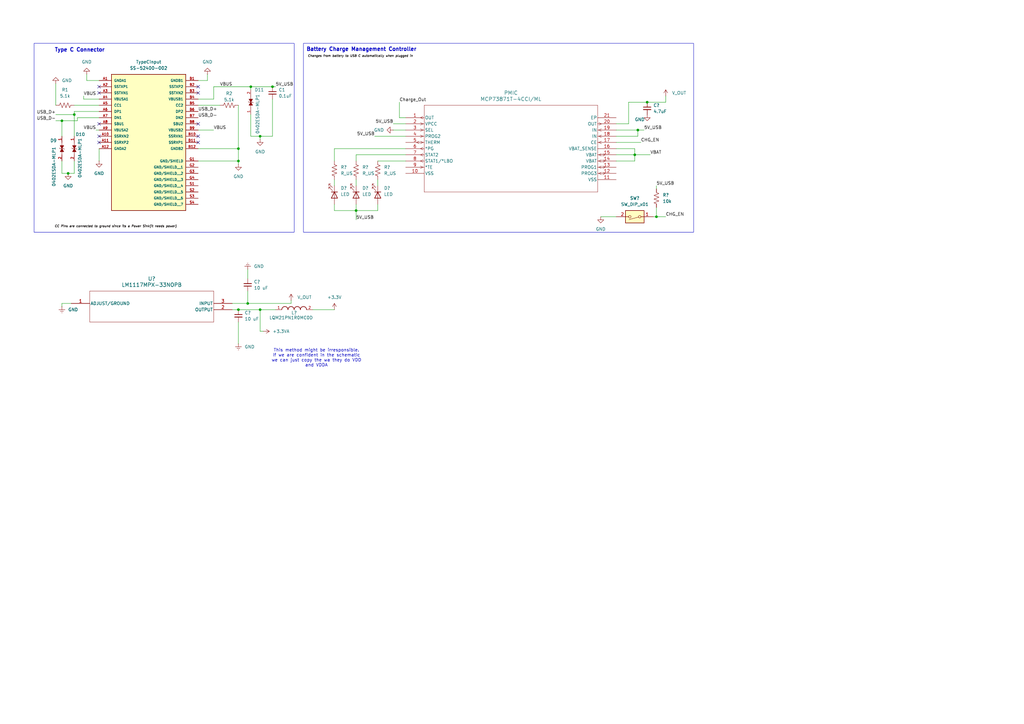
<source format=kicad_sch>
(kicad_sch (version 20250114) (generator "eeschema") (generator_version "9.0")
  (paper "A3")
  (lib_symbols
    (symbol "0402ESDA-MLP1:0402ESDA-MLP1" (pin_names (offset 1.016))
      (property "Reference" "D" (at -5.08 1.27 0))
      (property "Value" "0402ESDA-MLP1" (at -5.08 -3.81 0))
      (symbol "0402ESDA-MLP1_0_0"
        (polyline (pts (xy -1.27 0) (xy -2.54 0)) (stroke (width 0.1524)))
        (polyline (pts (xy 0 0.762) (xy 0.254 1.016)) (stroke (width 0.1524)))
        (polyline (pts (xy 0 0) (xy -1.27 -0.762) (xy -1.27 0.762) (xy 0 0)) (stroke (width 0.1524)) (fill (type outline)))
        (polyline (pts (xy 0 0) (xy 1.27 0.762) (xy 1.27 -0.762) (xy 0 0)) (stroke (width 0.1524)) (fill (type outline)))
        (polyline (pts (xy 0 -0.762) (xy -0.254 -1.016)) (stroke (width 0.1524)))
        (polyline (pts (xy 0 -0.762) (xy 0 0.762)) (stroke (width 0.1524)))
        (polyline (pts (xy 1.27 0) (xy 2.54 0)) (stroke (width 0.1524)))
        (pin passive line (at -5.08 0 0) (length 2.54) (name "~") (number "1"))
        (pin passive line (at 5.08 0 180) (length 2.54) (name "~") (number "2"))
      )
    )
    (symbol "Device:C_Small" (pin_numbers (hide yes)) (pin_names (offset 0.254) (hide yes))
      (property "Reference" "C" (at 0.254 1.778 0))
      (property "Value" "C_Small" (at 0.254 -2.032 0))
      (symbol "C_Small_0_1"
        (polyline (pts (xy -1.524 0.508) (xy 1.524 0.508)) (stroke (width 0.3048)))
        (polyline (pts (xy -1.524 -0.508) (xy 1.524 -0.508)) (stroke (width 0.3302)))
      )
      (symbol "C_Small_1_1"
        (pin passive line (at 0 2.54 270) (length 2.032) (name "~") (number "1"))
        (pin passive line (at 0 -2.54 90) (length 2.032) (name "~") (number "2"))
      )
    )
    (symbol "Device:LED" (pin_numbers (hide yes)) (pin_names (offset 1.016) (hide yes))
      (property "Reference" "D" (at 0 2.54 0))
      (property "Value" "LED" (at 0 -2.54 0))
      (symbol "LED_0_1"
        (polyline (pts (xy -3.048 -0.762) (xy -4.572 -2.286) (xy -3.81 -2.286) (xy -4.572 -2.286) (xy -4.572 -1.524)))
        (polyline (pts (xy -1.778 -0.762) (xy -3.302 -2.286) (xy -2.54 -2.286) (xy -3.302 -2.286) (xy -3.302 -1.524)))
        (polyline (pts (xy -1.27 0) (xy 1.27 0)))
        (polyline (pts (xy -1.27 -1.27) (xy -1.27 1.27)) (stroke (width 0.254)))
        (polyline (pts (xy 1.27 -1.27) (xy 1.27 1.27) (xy -1.27 0) (xy 1.27 -1.27)) (stroke (width 0.254)))
      )
      (symbol "LED_1_1"
        (pin passive line (at -3.81 0 0) (length 2.54) (name "K") (number "1"))
        (pin passive line (at 3.81 0 180) (length 2.54) (name "A") (number "2"))
      )
    )
    (symbol "Device:R_US" (pin_numbers (hide yes)) (pin_names (offset 0))
      (property "Reference" "R" (at 2.54 0 90))
      (property "Value" "R_US" (at -2.54 0 90))
      (symbol "R_US_0_1"
        (polyline (pts (xy 0 2.286) (xy 0 2.54)))
        (polyline (pts (xy 0 2.286) (xy 1.016 1.905) (xy 0 1.524) (xy -1.016 1.143) (xy 0 0.762)))
        (polyline (pts (xy 0 0.762) (xy 1.016 0.381) (xy 0 0) (xy -1.016 -0.381) (xy 0 -0.762)))
        (polyline (pts (xy 0 -0.762) (xy 1.016 -1.143) (xy 0 -1.524) (xy -1.016 -1.905) (xy 0 -2.286)))
        (polyline (pts (xy 0 -2.286) (xy 0 -2.54)))
      )
      (symbol "R_US_1_1"
        (pin passive line (at 0 3.81 270) (length 1.27) (name "~") (number "1"))
        (pin passive line (at 0 -3.81 90) (length 1.27) (name "~") (number "2"))
      )
    )
    (symbol "LM117MPX-33NOPB:LM1117MPX-33NOPB" (pin_names (offset 0.254))
      (property "Reference" "U" (at 33.02 10.16 0))
      (property "Value" "LM1117MPX-33NOPB" (at 33.02 7.62 0))
      (symbol "LM1117MPX-33NOPB_0_1"
        (polyline (pts (xy 7.62 5.08) (xy 7.62 -7.62)) (stroke (width 0.127)))
        (polyline (pts (xy 7.62 -7.62) (xy 58.42 -7.62)) (stroke (width 0.127)))
        (polyline (pts (xy 58.42 5.08) (xy 7.62 5.08)) (stroke (width 0.127)))
        (polyline (pts (xy 58.42 -7.62) (xy 58.42 5.08)) (stroke (width 0.127)))
        (pin unspecified line (at 0 0 0) (length 7.62) (name "ADJUST/GROUND") (number "1"))
        (pin input line (at 66.04 0 180) (length 7.62) (name "INPUT") (number "3"))
        (pin output line (at 66.04 -2.54 180) (length 7.62) (name "OUTPUT") (number "2"))
      )
    )
    (symbol "LMQ21PN1R0:LQM21PN1R0MC0D" (pin_names (offset 1.016))
      (property "Reference" "L" (at -7.62 5.08 0))
      (property "Value" "LQM21PN1R0MC0D" (at -7.62 2.54 0))
      (symbol "LQM21PN1R0MC0D_0_0"
        (arc (start -5.08 0) (mid -3.81 1.2645) (end -2.54 0) (stroke (width 0.254)))
        (arc (start -2.54 0) (mid -1.27 1.2645) (end 0 0) (stroke (width 0.254)))
        (arc (start 0 0) (mid 1.27 1.2645) (end 2.54 0) (stroke (width 0.254)))
        (arc (start 2.54 0) (mid 3.81 1.2645) (end 5.08 0) (stroke (width 0.254)))
        (pin passive line (at -7.62 0 0) (length 2.54) (name "~") (number "1"))
        (pin passive line (at 7.62 0 180) (length 2.54) (name "~") (number "2"))
      )
    )
    (symbol "MCP73871T_4CCI_ML:MCP73871T-4CCI_ML" (pin_names (offset 0.254))
      (property "Reference" "U" (at 43.18 10.16 0))
      (property "Value" "MCP73871T-4CCI/ML" (at 43.18 7.62 0))
      (symbol "MCP73871T-4CCI_ML_0_1"
        (polyline (pts (xy 5.5372 -9.6393) (xy 4.4958 -10.16)) (stroke (width 0.127)))
        (polyline (pts (xy 5.5372 -10.6807) (xy 4.4958 -10.16)) (stroke (width 0.127)))
        (polyline (pts (xy 7.0993 0.5207) (xy 6.0579 0)) (stroke (width 0.127)))
        (polyline (pts (xy 7.0993 -0.5207) (xy 6.0579 0)) (stroke (width 0.127)))
        (polyline (pts (xy 7.0993 -2.54) (xy 6.0579 -2.0193)) (stroke (width 0.127)))
        (polyline (pts (xy 7.0993 -2.54) (xy 6.0579 -3.0607)) (stroke (width 0.127)))
        (polyline (pts (xy 7.0993 -5.08) (xy 6.0579 -4.5593)) (stroke (width 0.127)))
        (polyline (pts (xy 7.0993 -5.08) (xy 6.0579 -5.6007)) (stroke (width 0.127)))
        (polyline (pts (xy 7.0993 -7.62) (xy 6.0579 -7.0993)) (stroke (width 0.127)))
        (polyline (pts (xy 7.0993 -7.62) (xy 6.0579 -8.1407)) (stroke (width 0.127)))
        (polyline (pts (xy 7.0993 -10.16) (xy 6.0579 -9.6393)) (stroke (width 0.127)))
        (polyline (pts (xy 7.0993 -10.16) (xy 6.0579 -10.6807)) (stroke (width 0.127)))
        (polyline (pts (xy 7.0993 -12.1793) (xy 6.0579 -12.7)) (stroke (width 0.127)))
        (polyline (pts (xy 7.0993 -13.2207) (xy 6.0579 -12.7)) (stroke (width 0.127)))
        (polyline (pts (xy 7.0993 -14.7193) (xy 6.0579 -15.24)) (stroke (width 0.127)))
        (polyline (pts (xy 7.0993 -15.7607) (xy 6.0579 -15.24)) (stroke (width 0.127)))
        (polyline (pts (xy 7.0993 -17.2593) (xy 6.0579 -17.78)) (stroke (width 0.127)))
        (polyline (pts (xy 7.0993 -18.3007) (xy 6.0579 -17.78)) (stroke (width 0.127)))
        (polyline (pts (xy 7.0993 -20.32) (xy 6.0579 -19.7993)) (stroke (width 0.127)))
        (polyline (pts (xy 7.0993 -20.32) (xy 6.0579 -20.8407)) (stroke (width 0.127)))
        (polyline (pts (xy 7.62 5.08) (xy 7.62 -30.48)) (stroke (width 0.127)))
        (polyline (pts (xy 7.62 -30.48) (xy 78.74 -30.48)) (stroke (width 0.127)))
        (polyline (pts (xy 78.74 5.08) (xy 7.62 5.08)) (stroke (width 0.127)))
        (polyline (pts (xy 78.74 -30.48) (xy 78.74 5.08)) (stroke (width 0.127)))
        (polyline (pts (xy 79.2607 -2.0193) (xy 80.3021 -2.54)) (stroke (width 0.127)))
        (polyline (pts (xy 79.2607 -3.0607) (xy 80.3021 -2.54)) (stroke (width 0.127)))
        (polyline (pts (xy 79.2607 -5.08) (xy 80.3021 -4.5593)) (stroke (width 0.127)))
        (polyline (pts (xy 79.2607 -5.08) (xy 80.3021 -5.6007)) (stroke (width 0.127)))
        (polyline (pts (xy 79.2607 -7.62) (xy 80.3021 -7.0993)) (stroke (width 0.127)))
        (polyline (pts (xy 79.2607 -7.62) (xy 80.3021 -8.1407)) (stroke (width 0.127)))
        (polyline (pts (xy 79.2607 -10.16) (xy 80.3021 -9.6393)) (stroke (width 0.127)))
        (polyline (pts (xy 79.2607 -10.16) (xy 80.3021 -10.6807)) (stroke (width 0.127)))
        (polyline (pts (xy 79.2607 -15.24) (xy 80.3021 -14.7193)) (stroke (width 0.127)))
        (polyline (pts (xy 79.2607 -15.24) (xy 80.3021 -15.7607)) (stroke (width 0.127)))
        (polyline (pts (xy 79.2607 -17.78) (xy 80.3021 -17.2593)) (stroke (width 0.127)))
        (polyline (pts (xy 79.2607 -17.78) (xy 80.3021 -18.3007)) (stroke (width 0.127)))
        (polyline (pts (xy 79.2607 -20.32) (xy 80.3021 -19.7993)) (stroke (width 0.127)))
        (polyline (pts (xy 79.2607 -20.32) (xy 80.3021 -20.8407)) (stroke (width 0.127)))
        (polyline (pts (xy 79.2607 -22.86) (xy 80.3021 -22.3393)) (stroke (width 0.127)))
        (polyline (pts (xy 79.2607 -22.86) (xy 80.3021 -23.3807)) (stroke (width 0.127)))
        (polyline (pts (xy 80.8228 -14.7193) (xy 81.8642 -15.24)) (stroke (width 0.127)))
        (polyline (pts (xy 80.8228 -15.7607) (xy 81.8642 -15.24)) (stroke (width 0.127)))
        (polyline (pts (xy 80.8228 -17.2593) (xy 81.8642 -17.78)) (stroke (width 0.127)))
        (polyline (pts (xy 80.8228 -18.3007) (xy 81.8642 -17.78)) (stroke (width 0.127)))
        (polyline (pts (xy 80.8228 -19.7993) (xy 81.8642 -20.32)) (stroke (width 0.127)))
        (polyline (pts (xy 80.8228 -20.8407) (xy 81.8642 -20.32)) (stroke (width 0.127)))
        (polyline (pts (xy 80.8228 -22.3393) (xy 81.8642 -22.86)) (stroke (width 0.127)))
        (polyline (pts (xy 80.8228 -23.3807) (xy 81.8642 -22.86)) (stroke (width 0.127)))
        (pin output line (at 0 0 0) (length 7.62) (name "OUT") (number "1"))
        (pin input line (at 0 -2.54 0) (length 7.62) (name "VPCC") (number "2"))
        (pin input line (at 0 -5.08 0) (length 7.62) (name "SEL") (number "3"))
        (pin input line (at 0 -7.62 0) (length 7.62) (name "PROG2") (number "4"))
        (pin bidirectional line (at 0 -10.16 0) (length 7.62) (name "THERM") (number "5"))
        (pin output line (at 0 -12.7 0) (length 7.62) (name "*PG") (number "6"))
        (pin output line (at 0 -15.24 0) (length 7.62) (name "STAT2") (number "7"))
        (pin output line (at 0 -17.78 0) (length 7.62) (name "STAT1/*LBO") (number "8"))
        (pin input line (at 0 -20.32 0) (length 7.62) (name "*TE") (number "9"))
        (pin power_in line (at 0 -22.86 0) (length 7.62) (name "VSS") (number "10"))
        (pin unspecified line (at 86.36 0 180) (length 7.62) (name "EP") (number "21"))
        (pin output line (at 86.36 -2.54 180) (length 7.62) (name "OUT") (number "20"))
        (pin input line (at 86.36 -5.08 180) (length 7.62) (name "IN") (number "19"))
        (pin input line (at 86.36 -7.62 180) (length 7.62) (name "IN") (number "18"))
        (pin input line (at 86.36 -10.16 180) (length 7.62) (name "CE") (number "17"))
        (pin unspecified line (at 86.36 -12.7 180) (length 7.62) (name "VBAT_SENSE") (number "16"))
        (pin bidirectional line (at 86.36 -15.24 180) (length 7.62) (name "VBAT") (number "15"))
        (pin bidirectional line (at 86.36 -17.78 180) (length 7.62) (name "VBAT") (number "14"))
        (pin bidirectional line (at 86.36 -20.32 180) (length 7.62) (name "PROG1") (number "13"))
        (pin bidirectional line (at 86.36 -22.86 180) (length 7.62) (name "PROG3") (number "12"))
        (pin power_in line (at 86.36 -25.4 180) (length 7.62) (name "VSS") (number "11"))
      )
    )
    (symbol "SS-52400-002:SS-52400-002" (pin_names (offset 1.016))
      (property "Reference" "J" (at -15.24 19.05 0))
      (property "Value" "SS-52400-002" (at -15.24 -40.64 0))
      (symbol "SS-52400-002_0_0"
        (rectangle (start -15.24 -38.1) (end 15.24 17.78) (stroke (width 0.254)) (fill (type background)))
        (pin power_in line (at -20.32 15.24 0) (length 5.08) (name "GNDA1") (number "A1"))
        (pin bidirectional line (at -20.32 12.7 0) (length 5.08) (name "SSTXP1") (number "A2"))
        (pin bidirectional line (at -20.32 10.16 0) (length 5.08) (name "SSTXN1") (number "A3"))
        (pin power_in line (at -20.32 7.62 0) (length 5.08) (name "VBUSA1") (number "A4"))
        (pin bidirectional line (at -20.32 5.08 0) (length 5.08) (name "CC1") (number "A5"))
        (pin bidirectional line (at -20.32 2.54 0) (length 5.08) (name "DP1") (number "A6"))
        (pin bidirectional line (at -20.32 0 0) (length 5.08) (name "DN1") (number "A7"))
        (pin bidirectional line (at -20.32 -2.54 0) (length 5.08) (name "SBU1") (number "A8"))
        (pin power_in line (at -20.32 -5.08 0) (length 5.08) (name "VBUSA2") (number "A9"))
        (pin bidirectional line (at -20.32 -7.62 0) (length 5.08) (name "SSRXN2") (number "A10"))
        (pin bidirectional line (at -20.32 -10.16 0) (length 5.08) (name "SSRXP2") (number "A11"))
        (pin power_in line (at -20.32 -12.7 0) (length 5.08) (name "GNDA2") (number "A12"))
        (pin power_in line (at 20.32 15.24 180) (length 5.08) (name "GNDB1") (number "B1"))
        (pin bidirectional line (at 20.32 12.7 180) (length 5.08) (name "SSTXP2") (number "B2"))
        (pin bidirectional line (at 20.32 10.16 180) (length 5.08) (name "SSTXN2") (number "B3"))
        (pin power_in line (at 20.32 7.62 180) (length 5.08) (name "VBUSB1") (number "B4"))
        (pin bidirectional line (at 20.32 5.08 180) (length 5.08) (name "CC2") (number "B5"))
        (pin bidirectional line (at 20.32 2.54 180) (length 5.08) (name "DP2") (number "B6"))
        (pin bidirectional line (at 20.32 0 180) (length 5.08) (name "DN2") (number "B7"))
        (pin bidirectional line (at 20.32 -2.54 180) (length 5.08) (name "SBU2") (number "B8"))
        (pin power_in line (at 20.32 -5.08 180) (length 5.08) (name "VBUSB2") (number "B9"))
        (pin bidirectional line (at 20.32 -7.62 180) (length 5.08) (name "SSRXN1") (number "B10"))
        (pin bidirectional line (at 20.32 -10.16 180) (length 5.08) (name "SSRXP1") (number "B11"))
        (pin power_in line (at 20.32 -12.7 180) (length 5.08) (name "GNDB2") (number "B12"))
        (pin power_in line (at 20.32 -17.78 180) (length 5.08) (name "GND/SHIELD") (number "G1"))
        (pin power_in line (at 20.32 -20.32 180) (length 5.08) (name "GND/SHIELD__1") (number "G2"))
        (pin power_in line (at 20.32 -22.86 180) (length 5.08) (name "GND/SHIELD__2") (number "G3"))
        (pin power_in line (at 20.32 -25.4 180) (length 5.08) (name "GND/SHIELD__3") (number "G4"))
        (pin power_in line (at 20.32 -27.94 180) (length 5.08) (name "GND/SHIELD__4") (number "S1"))
        (pin power_in line (at 20.32 -30.48 180) (length 5.08) (name "GND/SHIELD__5") (number "S2"))
        (pin power_in line (at 20.32 -33.02 180) (length 5.08) (name "GND/SHIELD__6") (number "S3"))
        (pin power_in line (at 20.32 -35.56 180) (length 5.08) (name "GND/SHIELD__7") (number "S4"))
      )
    )
    (symbol "Switch:SW_DIP_x01" (pin_names (offset 0) (hide yes))
      (property "Reference" "SW" (at 0 3.81 0))
      (property "Value" "SW_DIP_x01" (at 0 -3.81 0))
      (symbol "SW_DIP_x01_0_0"
        (circle (center -2.032 0) (radius 0.508))
        (polyline (pts (xy -1.524 0.127) (xy 2.3622 1.1684)))
        (circle (center 2.032 0) (radius 0.508))
      )
      (symbol "SW_DIP_x01_0_1"
        (rectangle (start -3.81 2.54) (end 3.81 -2.54) (stroke (width 0.254)) (fill (type background)))
      )
      (symbol "SW_DIP_x01_1_1"
        (pin passive line (at -7.62 0 0) (length 5.08) (name "~") (number "1"))
        (pin passive line (at 7.62 0 180) (length 5.08) (name "~") (number "2"))
      )
    )
    (symbol "power:+3.3V" (power) (pin_numbers (hide yes)) (pin_names (offset 0) (hide yes))
      (property "Value" "+3.3V" (at 0 3.556 0))
      (symbol "+3.3V_0_1"
        (polyline (pts (xy -0.762 1.27) (xy 0 2.54)))
        (polyline (pts (xy 0 2.54) (xy 0.762 1.27)))
        (polyline (pts (xy 0 0) (xy 0 2.54)))
      )
      (symbol "+3.3V_1_1"
        (pin power_in line (at 0 0 90) (length 0) (name "~") (number "1"))
      )
    )
    (symbol "power:+3.3VA" (power) (pin_numbers (hide yes)) (pin_names (offset 0) (hide yes))
      (property "Value" "+3.3VA" (at 0 3.556 0))
      (symbol "+3.3VA_0_1"
        (polyline (pts (xy -0.762 1.27) (xy 0 2.54)))
        (polyline (pts (xy 0 2.54) (xy 0.762 1.27)))
        (polyline (pts (xy 0 0) (xy 0 2.54)))
      )
      (symbol "+3.3VA_1_1"
        (pin power_in line (at 0 0 90) (length 0) (name "~") (number "1"))
      )
    )
    (symbol "power:+5V" (power) (pin_numbers (hide yes)) (pin_names (offset 0) (hide yes))
      (property "Value" "+5V" (at 0 3.556 0))
      (symbol "+5V_0_1"
        (polyline (pts (xy -0.762 1.27) (xy 0 2.54)))
        (polyline (pts (xy 0 2.54) (xy 0.762 1.27)))
        (polyline (pts (xy 0 0) (xy 0 2.54)))
      )
      (symbol "+5V_1_1"
        (pin power_in line (at 0 0 90) (length 0) (name "~") (number "1"))
      )
    )
    (symbol "power:Earth" (power) (pin_numbers (hide yes)) (pin_names (offset 0) (hide yes))
      (property "Value" "Earth" (at 0 -3.81 0))
      (symbol "Earth_0_1"
        (polyline (pts (xy -0.635 -1.905) (xy 0.635 -1.905)))
        (polyline (pts (xy -0.127 -2.54) (xy 0.127 -2.54)))
        (polyline (pts (xy 0 -1.27) (xy 0 0)))
        (polyline (pts (xy 1.27 -1.27) (xy -1.27 -1.27)))
      )
      (symbol "Earth_1_1"
        (pin power_in line (at 0 0 270) (length 0) (name "~") (number "1"))
      )
    )
    (symbol "power:GND" (power) (pin_numbers (hide yes)) (pin_names (offset 0) (hide yes))
      (property "Value" "GND" (at 0 -3.81 0))
      (symbol "GND_0_1"
        (polyline (pts (xy 0 0) (xy 0 -1.27) (xy 1.27 -1.27) (xy 0 -2.54) (xy -1.27 -1.27) (xy 0 -1.27)))
      )
      (symbol "GND_1_1"
        (pin power_in line (at 0 0 270) (length 0) (name "~") (number "1"))
      )
    )
  )
  (rectangle (start 124.46 17.78) (end 284.48 95.25))
  (rectangle (start 13.97 17.78) (end 120.65 95.25))
  (text "CC Pins are connected to ground since its a Power Sink(it needs power)" (at 47.498 92.964 0) (effects (font (size 0.889 0.889) (italic yes))))
  (text "This method might be irresponsible.\nIf we are confident in the schematic\nwe can just copy the wa they do VDD\nand VDDA" (at 129.794 146.812 0) (effects (font (size 1.27 1.27))))
  (text "Type C Connector " (at 33.274 20.574 0) (effects (font (size 1.524 1.524) (thickness 0.3048) (bold yes))))
  (text "Changes from battery to USB C automatically when plugged in" (at 147.828 23.114 0) (effects (font (size 0.889 0.889) (italic yes))))
  (text "Battery Charge Management Controller \n" (at 148.844 20.32 0) (effects (font (size 1.524 1.524) (thickness 0.3048) (bold yes))))
  (junction (at 97.79 60.96))
  (junction (at 101.6 124.46))
  (junction (at 106.68 55.88))
  (junction (at 106.68 127))
  (junction (at 265.43 41.91))
  (junction (at 146.05 86.36))
  (junction (at 30.48 46.99))
  (junction (at 97.79 66.04))
  (junction (at 269.24 88.9))
  (junction (at 102.87 35.56))
  (junction (at 27.94 71.12))
  (junction (at 111.76 35.56))
  (junction (at 97.79 127))
  (junction (at 260.35 63.5))
  (junction (at 261.62 53.34))
  (junction (at 25.4 49.53))
  (no_connect (at 81.28 35.56))
  (no_connect (at 40.64 35.56))
  (no_connect (at 81.28 55.88))
  (no_connect (at 81.28 58.42))
  (no_connect (at 40.64 38.1))
  (no_connect (at 40.64 55.88))
  (no_connect (at 40.64 58.42))
  (no_connect (at 81.28 50.8))
  (no_connect (at 81.28 38.1))
  (no_connect (at 40.64 50.8))
  (wire (pts (xy 166.37 66.04) (xy 154.94 66.04)))
  (wire (pts (xy 161.29 50.8) (xy 166.37 50.8)))
  (wire (pts (xy 161.29 53.34) (xy 166.37 53.34)))
  (wire (pts (xy 97.79 43.18) (xy 97.79 60.96)))
  (wire (pts (xy 87.63 35.56) (xy 102.87 35.56)))
  (wire (pts (xy 34.29 39.37) (xy 34.29 40.64)))
  (wire (pts (xy 166.37 48.26) (xy 163.83 48.26)))
  (wire (pts (xy 81.28 60.96) (xy 97.79 60.96)))
  (wire (pts (xy 97.79 60.96) (xy 97.79 66.04)))
  (wire (pts (xy 146.05 63.5) (xy 146.05 66.04)))
  (wire (pts (xy 25.4 49.53) (xy 31.75 49.53)))
  (wire (pts (xy 154.94 86.36) (xy 154.94 83.82)))
  (wire (pts (xy 81.28 53.34) (xy 87.63 53.34)))
  (wire (pts (xy 154.94 73.66) (xy 154.94 76.2)))
  (wire (pts (xy 257.81 41.91) (xy 257.81 50.8)))
  (wire (pts (xy 39.37 53.34) (xy 40.64 53.34)))
  (wire (pts (xy 102.87 55.88) (xy 106.68 55.88)))
  (wire (pts (xy 27.94 71.12) (xy 30.48 71.12)))
  (wire (pts (xy 273.05 39.37) (xy 273.05 41.91)))
  (wire (pts (xy 260.35 63.5) (xy 266.7 63.5)))
  (wire (pts (xy 269.24 88.9) (xy 273.05 88.9)))
  (wire (pts (xy 260.35 66.04) (xy 260.35 63.5)))
  (wire (pts (xy 146.05 73.66) (xy 146.05 76.2)))
  (wire (pts (xy 25.4 66.04) (xy 25.4 71.12)))
  (wire (pts (xy 102.87 46.99) (xy 102.87 55.88)))
  (wire (pts (xy 22.86 43.18) (xy 22.86 34.29)))
  (wire (pts (xy 146.05 86.36) (xy 146.05 83.82)))
  (wire (pts (xy 22.86 46.99) (xy 30.48 46.99)))
  (wire (pts (xy 25.4 49.53) (xy 25.4 55.88)))
  (wire (pts (xy 101.6 124.46) (xy 119.38 124.46)))
  (wire (pts (xy 252.73 53.34) (xy 261.62 53.34)))
  (wire (pts (xy 102.87 35.56) (xy 111.76 35.56)))
  (wire (pts (xy 102.87 35.56) (xy 102.87 36.83)))
  (wire (pts (xy 31.75 49.53) (xy 31.75 48.26)))
  (wire (pts (xy 30.48 45.72) (xy 40.64 45.72)))
  (wire (pts (xy 137.16 86.36) (xy 146.05 86.36)))
  (wire (pts (xy 40.64 40.64) (xy 34.29 40.64)))
  (wire (pts (xy 269.24 76.2) (xy 269.24 77.47)))
  (wire (pts (xy 265.43 41.91) (xy 273.05 41.91)))
  (wire (pts (xy 81.28 40.64) (xy 87.63 40.64)))
  (wire (pts (xy 106.68 127) (xy 106.68 135.89)))
  (wire (pts (xy 30.48 45.72) (xy 30.48 46.99)))
  (wire (pts (xy 166.37 63.5) (xy 146.05 63.5)))
  (wire (pts (xy 97.79 66.04) (xy 97.79 67.31)))
  (wire (pts (xy 261.62 53.34) (xy 264.16 53.34)))
  (wire (pts (xy 153.67 55.88) (xy 166.37 55.88)))
  (wire (pts (xy 81.28 66.04) (xy 97.79 66.04)))
  (wire (pts (xy 261.62 55.88) (xy 261.62 53.34)))
  (wire (pts (xy 163.83 41.91) (xy 163.83 48.26)))
  (wire (pts (xy 31.75 48.26) (xy 40.64 48.26)))
  (wire (pts (xy 101.6 110.49) (xy 101.6 114.3)))
  (wire (pts (xy 40.64 60.96) (xy 40.64 66.04)))
  (wire (pts (xy 252.73 63.5) (xy 260.35 63.5)))
  (wire (pts (xy 35.56 33.02) (xy 35.56 30.48)))
  (wire (pts (xy 25.4 124.46) (xy 25.4 125.73)))
  (wire (pts (xy 30.48 66.04) (xy 30.48 71.12)))
  (wire (pts (xy 30.48 46.99) (xy 30.48 55.88)))
  (wire (pts (xy 252.73 55.88) (xy 261.62 55.88)))
  (wire (pts (xy 252.73 50.8) (xy 257.81 50.8)))
  (wire (pts (xy 97.79 127) (xy 95.25 127)))
  (wire (pts (xy 106.68 127) (xy 113.03 127)))
  (wire (pts (xy 252.73 66.04) (xy 260.35 66.04)))
  (wire (pts (xy 128.27 127) (xy 137.16 127)))
  (wire (pts (xy 81.28 33.02) (xy 85.09 33.02)))
  (wire (pts (xy 101.6 119.38) (xy 101.6 124.46)))
  (wire (pts (xy 87.63 35.56) (xy 87.63 40.64)))
  (wire (pts (xy 260.35 63.5) (xy 260.35 60.96)))
  (wire (pts (xy 166.37 60.96) (xy 137.16 60.96)))
  (wire (pts (xy 137.16 60.96) (xy 137.16 66.04)))
  (wire (pts (xy 146.05 86.36) (xy 146.05 90.17)))
  (wire (pts (xy 111.76 55.88) (xy 111.76 40.64)))
  (wire (pts (xy 257.81 41.91) (xy 265.43 41.91)))
  (wire (pts (xy 40.64 33.02) (xy 35.56 33.02)))
  (wire (pts (xy 246.38 88.9) (xy 252.73 88.9)))
  (wire (pts (xy 22.86 49.53) (xy 25.4 49.53)))
  (wire (pts (xy 29.21 124.46) (xy 25.4 124.46)))
  (wire (pts (xy 137.16 86.36) (xy 137.16 83.82)))
  (wire (pts (xy 30.48 43.18) (xy 40.64 43.18)))
  (wire (pts (xy 97.79 127) (xy 106.68 127)))
  (wire (pts (xy 106.68 135.89) (xy 107.95 135.89)))
  (wire (pts (xy 267.97 88.9) (xy 269.24 88.9)))
  (wire (pts (xy 95.25 124.46) (xy 101.6 124.46)))
  (wire (pts (xy 252.73 60.96) (xy 260.35 60.96)))
  (wire (pts (xy 106.68 55.88) (xy 106.68 57.15)))
  (wire (pts (xy 111.76 35.56) (xy 113.03 35.56)))
  (wire (pts (xy 25.4 71.12) (xy 27.94 71.12)))
  (wire (pts (xy 137.16 73.66) (xy 137.16 76.2)))
  (wire (pts (xy 252.73 58.42) (xy 262.89 58.42)))
  (wire (pts (xy 97.79 132.08) (xy 97.79 140.97)))
  (wire (pts (xy 81.28 43.18) (xy 90.17 43.18)))
  (wire (pts (xy 146.05 86.36) (xy 154.94 86.36)))
  (wire (pts (xy 269.24 85.09) (xy 269.24 88.9)))
  (wire (pts (xy 119.38 124.46) (xy 119.38 123.19)))
  (wire (pts (xy 106.68 55.88) (xy 111.76 55.88)))
  (wire (pts (xy 85.09 33.02) (xy 85.09 30.48)))
  (label "VBUS" (at 90.17 35.56 0))
  (label "5V_USB" (at 146.05 90.17 0))
  (label "5V_USB" (at 161.29 50.8 180))
  (label "5V_USB" (at 264.16 53.34 0))
  (label "USB_D+" (at 22.86 46.99 180))
  (label "VBUS" (at 34.29 39.37 0))
  (label "CHG_EN" (at 273.05 88.9 0))
  (label "Charge_Out" (at 163.83 41.91 0))
  (label "5V_USB" (at 113.03 35.56 0))
  (label "USB_D-" (at 81.28 48.26 0))
  (label "VBUS" (at 87.63 53.34 0))
  (label "USB_D-" (at 22.86 49.53 180))
  (label "CHG_EN" (at 262.89 58.42 0))
  (label "USB_D+" (at 81.28 45.72 0))
  (label "5V_USB" (at 153.67 55.88 180))
  (label "VBUS" (at 39.37 53.34 180))
  (label "5V_USB" (at 269.24 76.2 0))
  (label "VBAT" (at 266.7 63.5 0))
  (symbol (lib_id "Device:LED") (at 154.94 80.01 270) (unit 1)
    (property "Reference" "D?" (at 157.48 77.1524 90) (effects (justify left)))
    (property "Value" "LED" (at 157.48 79.6924 90) (effects (justify left)))
    (property "Description" "Light emitting diode" (effects (hide yes)))
    (property "Sim.Pins" "1=K 2=A" (effects (hide yes)))
  )
  (symbol (lib_id "Device:C_Small") (at 265.43 44.45 0) (unit 1)
    (property "Reference" "C?" (at 267.97 43.1862 0) (effects (justify left)))
    (property "Value" "4.7uF" (at 267.97 45.7262 0) (effects (justify left)))
    (property "Description" "Unpolarized capacitor, small symbol" (effects (hide yes)))
  )
  (symbol (lib_id "power:GND") (at 97.79 67.31 0) (unit 1)
    (property "Reference" "#PWR?" (effects (hide yes)))
    (property "Value" "GND" (at 97.79 72.39 0))
    (property "Description" "Power symbol creates a global label with name \"GND\" , ground" (effects (hide yes)))
  )
  (symbol (lib_id "power:GND") (at 35.56 30.48 180) (unit 1)
    (property "Reference" "#PWR?" (effects (hide yes)))
    (property "Value" "GND" (at 35.56 25.4 0))
    (property "Description" "Power symbol creates a global label with name \"GND\" , ground" (effects (hide yes)))
  )
  (symbol (lib_id "power:GND") (at 161.29 53.34 270) (unit 1)
    (property "Reference" "#PWR?" (effects (hide yes)))
    (property "Value" "GND" (at 157.48 53.3399 90) (effects (justify right)))
    (property "Description" "Power symbol creates a global label with name \"GND\" , ground" (effects (hide yes)))
  )
  (symbol (lib_id "power:GND") (at 85.09 30.48 180) (unit 1)
    (property "Reference" "#PWR?" (effects (hide yes)))
    (property "Value" "GND" (at 85.09 25.4 0))
    (property "Description" "Power symbol creates a global label with name \"GND\" , ground" (effects (hide yes)))
  )
  (symbol (lib_id "power:GND") (at 246.38 88.9 0) (unit 1)
    (property "Reference" "#PWR?" (effects (hide yes)))
    (property "Value" "GND" (at 246.38 93.98 0))
    (property "Description" "Power symbol creates a global label with name \"GND\" , ground" (effects (hide yes)))
  )
  (symbol (lib_id "Device:R_US") (at 137.16 69.85 0) (unit 1)
    (property "Reference" "R?" (at 139.7 68.5799 0) (effects (justify left)))
    (property "Value" "R_US" (at 139.7 71.1199 0) (effects (justify left)))
    (property "Description" "Resistor, US symbol" (effects (hide yes)))
  )
  (symbol (lib_id "LM117MPX-33NOPB:LM1117MPX-33NOPB") (at 29.21 124.46 0) (unit 1)
    (property "Reference" "U?" (at 62.23 114.3 0) (effects (font (size 1.524 1.524))))
    (property "Value" "LM1117MPX-33NOPB" (at 62.23 116.84 0) (effects (font (size 1.524 1.524))))
    (property "Footprint" "SOT223-318H_OSI" (effects (hide yes)))
    (property "Datasheet" "LM1117MPX-33NOPB" (effects (hide yes)))
  )
  (symbol (lib_id "power:GND") (at 106.68 57.15 0) (unit 1)
    (property "Reference" "#PWR?" (effects (hide yes)))
    (property "Value" "GND" (at 106.68 62.23 0))
    (property "Description" "Power symbol creates a global label with name \"GND\" , ground" (effects (hide yes)))
  )
  (symbol (lib_id "SS-52400-002:SS-52400-002") (at 60.96 48.26 0) (unit 1)
    (property "Reference" "TypeCinput" (at 60.96 25.4 0))
    (property "Value" "SS-52400-002" (at 60.96 27.94 0))
    (property "Footprint" "SS-52400-002:BELFUSE_SS-52400-002" (effects (hide yes)))
    (property "PARTREV" "A0" (effects (hide yes)))
    (property "STANDARD" "Manufacturer Recommendations" (effects (hide yes)))
    (property "MAXIMUM_PACKAGE_HEIGHT" "2.96 mm" (effects (hide yes)))
    (property "MANUFACTURER" "BelFuse" (effects (hide yes)))
  )
  (symbol (lib_id "Device:R_US") (at 146.05 69.85 0) (unit 1)
    (property "Reference" "R?" (at 148.59 68.5799 0) (effects (justify left)))
    (property "Value" "R_US" (at 148.59 71.1199 0) (effects (justify left)))
    (property "Description" "Resistor, US symbol" (effects (hide yes)))
  )
  (symbol (lib_id "MCP73871T_4CCI_ML:MCP73871T-4CCI_ML") (at 166.37 48.26 0) (unit 1)
    (property "Reference" "PMIC" (at 209.55 38.1 0) (effects (font (size 1.524 1.524))))
    (property "Value" "MCP73871T-4CCI/ML" (at 209.55 40.64 0) (effects (font (size 1.524 1.524))))
    (property "Footprint" "QFN20_4x4MC_MCH" (effects (hide yes)))
    (property "Datasheet" "MCP73871T-4CCI/ML" (effects (hide yes)))
  )
  (symbol (lib_id "Device:C_Small") (at 97.79 129.54 0) (unit 1)
    (property "Reference" "C?" (at 100.33 128.2762 0) (effects (justify left)))
    (property "Value" "10 uF" (at 100.33 130.8162 0) (effects (justify left)))
    (property "Description" "Unpolarized capacitor, small symbol" (effects (hide yes)))
  )
  (symbol (lib_id "Switch:SW_DIP_x01") (at 260.35 88.9 180) (unit 1)
    (property "Reference" "SW?" (at 260.35 81.28 0))
    (property "Value" "SW_DIP_x01" (at 260.35 83.82 0))
    (property "Description" "1x DIP Switch, Single Pole Single Throw (SPST) switch, small symbol" (effects (hide yes)))
  )
  (symbol (lib_id "0402ESDA-MLP1:0402ESDA-MLP1") (at 30.48 60.96 270) (unit 1)
    (property "Reference" "D10" (at 30.988 55.118 90) (effects (justify left)))
    (property "Value" "0402ESDA-MLP1" (at 32.766 56.642 0) (effects (justify left)))
    (property "Footprint" "0402ESDA-MLP1:ESD_0402ESDA-MLP1" (effects (hide yes)))
    (property "DigiKey_Part_Number" "283-0402ESDA-MLP1CT-ND" (effects (hide yes)))
    (property "MF" "Eaton" (effects (hide yes)))
    (property "DESCRIPTION" "ESD Suppressor Diode Polymer Bi-Dir 30V 2-Pin Case 0402(1006Metric) T/R" (effects (hide yes)))
    (property "PACKAGE" "0402 Eaton" (effects (hide yes)))
    (property "PRICE" "None" (effects (hide yes)))
    (property "Package" "0402 Eaton" (effects (hide yes)))
    (property "Check_prices" "https://www.snapeda.com/parts/0402ESDA-MLP1/Eaton/view-part/?ref=eda" (effects (hide yes)))
    (property "SnapEDA_Link" "https://www.snapeda.com/parts/0402ESDA-MLP1/Eaton/view-part/?ref=snap" (effects (hide yes)))
    (property "MP" "0402ESDA-MLP1" (effects (hide yes)))
    (property "AVAILABILITY" "In Stock" (effects (hide yes)))
    (property "Description_1" "SUPPRESSORS ESD SUPPRESSORS POLYSURG 0402 35V .05PF | Eaton Electronics 0402ESDA-MLP1" (effects (hide yes)))
  )
  (symbol (lib_id "Device:LED") (at 137.16 80.01 270) (unit 1)
    (property "Reference" "D?" (at 139.7 77.1524 90) (effects (justify left)))
    (property "Value" "LED" (at 139.7 79.6924 90) (effects (justify left)))
    (property "Description" "Light emitting diode" (effects (hide yes)))
    (property "Sim.Pins" "1=K 2=A" (effects (hide yes)))
  )
  (symbol (lib_id "Device:R_US") (at 269.24 81.28 0) (unit 1)
    (property "Reference" "R?" (at 271.78 80.0099 0) (effects (justify left)))
    (property "Value" "10k" (at 271.78 82.5499 0) (effects (justify left)))
    (property "Description" "Resistor, US symbol" (effects (hide yes)))
  )
  (symbol (lib_id "power:+5V") (at 273.05 39.37 0) (unit 1)
    (property "Reference" "#PWR?" (effects (hide yes)))
    (property "Value" "V_OUT" (at 275.59 38.0999 0) (effects (justify left)))
    (property "Description" "Power symbol creates a global label with name \"+5V\"" (effects (hide yes)))
  )
  (symbol (lib_id "power:+5V") (at 119.38 123.19 0) (unit 1)
    (property "Reference" "#PWR?" (effects (hide yes)))
    (property "Value" "V_OUT" (at 121.92 121.9199 0) (effects (justify left)))
    (property "Description" "Power symbol creates a global label with name \"+5V\"" (effects (hide yes)))
  )
  (symbol (lib_id "Device:R_US") (at 154.94 69.85 0) (unit 1)
    (property "Reference" "R?" (at 157.48 68.5799 0) (effects (justify left)))
    (property "Value" "R_US" (at 157.48 71.1199 0) (effects (justify left)))
    (property "Description" "Resistor, US symbol" (effects (hide yes)))
  )
  (symbol (lib_id "power:GND") (at 265.43 46.99 0) (unit 1)
    (property "Reference" "#PWR?" (effects (hide yes)))
    (property "Value" "GND" (at 262.382 49.022 0))
    (property "Description" "Power symbol creates a global label with name \"GND\" , ground" (effects (hide yes)))
  )
  (symbol (lib_id "0402ESDA-MLP1:0402ESDA-MLP1") (at 102.87 41.91 90) (unit 1)
    (property "Reference" "D11" (at 104.394 36.83 90) (effects (justify right)))
    (property "Value" "0402ESDA-MLP1" (at 105.664 38.608 0) (effects (justify right)))
    (property "Footprint" "0402ESDA-MLP1:ESD_0402ESDA-MLP1" (effects (hide yes)))
    (property "DigiKey_Part_Number" "283-0402ESDA-MLP1CT-ND" (effects (hide yes)))
    (property "MF" "Eaton" (effects (hide yes)))
    (property "DESCRIPTION" "ESD Suppressor Diode Polymer Bi-Dir 30V 2-Pin Case 0402(1006Metric) T/R" (effects (hide yes)))
    (property "PACKAGE" "0402 Eaton" (effects (hide yes)))
    (property "PRICE" "None" (effects (hide yes)))
    (property "Package" "0402 Eaton" (effects (hide yes)))
    (property "Check_prices" "https://www.snapeda.com/parts/0402ESDA-MLP1/Eaton/view-part/?ref=eda" (effects (hide yes)))
    (property "SnapEDA_Link" "https://www.snapeda.com/parts/0402ESDA-MLP1/Eaton/view-part/?ref=snap" (effects (hide yes)))
    (property "MP" "0402ESDA-MLP1" (effects (hide yes)))
    (property "AVAILABILITY" "In Stock" (effects (hide yes)))
    (property "Description_1" "SUPPRESSORS ESD SUPPRESSORS POLYSURG 0402 35V .05PF | Eaton Electronics 0402ESDA-MLP1" (effects (hide yes)))
  )
  (symbol (lib_id "Device:C_Small") (at 111.76 38.1 0) (unit 1)
    (property "Reference" "C1" (at 114.3 36.8362 0) (effects (justify left)))
    (property "Value" "0.1uF" (at 114.3 39.3762 0) (effects (justify left)))
    (property "Description" "Unpolarized capacitor, small symbol" (effects (hide yes)))
  )
  (symbol (lib_id "LMQ21PN1R0:LQM21PN1R0MC0D") (at 120.65 127 0) (unit 1)
    (property "Reference" "L?" (at 120.65 128.27 0))
    (property "Value" "LQM21PN1R0MC0D" (at 119.38 130.302 0))
    (property "Footprint" "LQM21PN1R0MC0D:INDC2012X55N" (effects (hide yes)))
    (property "DigiKey_Part_Number" "490-4992-1-ND" (effects (hide yes)))
    (property "SnapEDA_Link" "https://www.snapeda.com/parts/LQM21PN1R0MC0D/Murata/view-part/?ref=snap" (effects (hide yes)))
    (property "Description_1" "Inductor with Inductance: 1uH Tol. +/-20%, Package: 0805 (2012)" (effects (hide yes)))
    (property "MF" "Murata" (effects (hide yes)))
    (property "Package" "2012 Murata" (effects (hide yes)))
    (property "Check_prices" "https://www.snapeda.com/parts/LQM21PN1R0MC0D/Murata/view-part/?ref=eda" (effects (hide yes)))
    (property "MP" "LQM21PN1R0MC0D" (effects (hide yes)))
  )
  (symbol (lib_id "power:GND") (at 27.94 71.12 0) (unit 1)
    (property "Reference" "#PWR010" (effects (hide yes)))
    (property "Value" "GND" (at 27.94 76.2 0))
    (property "Description" "Power symbol creates a global label with name \"GND\" , ground" (effects (hide yes)))
  )
  (symbol (lib_id "power:Earth") (at 97.79 140.97 0) (unit 1)
    (property "Reference" "#PWR?" (effects (hide yes)))
    (property "Value" "GND" (at 100.33 142.2399 0) (effects (justify left)))
    (property "Description" "Power symbol creates a global label with name \"Earth\"" (effects (hide yes)))
  )
  (symbol (lib_id "Device:R_US") (at 93.98 43.18 90) (unit 1)
    (property "Reference" "R2" (at 93.98 38.354 90))
    (property "Value" "5.1k" (at 93.98 40.894 90))
    (property "Description" "Resistor, US symbol" (effects (hide yes)))
  )
  (symbol (lib_id "power:GND") (at 22.86 34.29 180) (unit 1)
    (property "Reference" "#PWR?" (effects (hide yes)))
    (property "Value" "GND" (at 25.4 33.0199 0) (effects (justify right)))
    (property "Description" "Power symbol creates a global label with name \"GND\" , ground" (effects (hide yes)))
  )
  (symbol (lib_id "Device:R_US") (at 26.67 43.18 90) (unit 1)
    (property "Reference" "R1" (at 26.67 36.83 90))
    (property "Value" "5.1k" (at 26.67 39.37 90))
    (property "Description" "Resistor, US symbol" (effects (hide yes)))
  )
  (symbol (lib_id "power:Earth") (at 25.4 125.73 0) (unit 1)
    (property "Reference" "#PWR?" (effects (hide yes)))
    (property "Value" "GND" (at 27.94 126.9999 0) (effects (justify left)))
    (property "Description" "Power symbol creates a global label with name \"Earth\"" (effects (hide yes)))
  )
  (symbol (lib_id "0402ESDA-MLP1:0402ESDA-MLP1") (at 25.4 60.96 270) (unit 1)
    (property "Reference" "D9" (at 20.574 57.658 90) (effects (justify left)))
    (property "Value" "0402ESDA-MLP1" (at 22.098 60.198 0) (effects (justify left)))
    (property "Footprint" "0402ESDA-MLP1:ESD_0402ESDA-MLP1" (effects (hide yes)))
    (property "DigiKey_Part_Number" "283-0402ESDA-MLP1CT-ND" (effects (hide yes)))
    (property "MF" "Eaton" (effects (hide yes)))
    (property "DESCRIPTION" "ESD Suppressor Diode Polymer Bi-Dir 30V 2-Pin Case 0402(1006Metric) T/R" (effects (hide yes)))
    (property "PACKAGE" "0402 Eaton" (effects (hide yes)))
    (property "PRICE" "None" (effects (hide yes)))
    (property "Package" "0402 Eaton" (effects (hide yes)))
    (property "Check_prices" "https://www.snapeda.com/parts/0402ESDA-MLP1/Eaton/view-part/?ref=eda" (effects (hide yes)))
    (property "SnapEDA_Link" "https://www.snapeda.com/parts/0402ESDA-MLP1/Eaton/view-part/?ref=snap" (effects (hide yes)))
    (property "MP" "0402ESDA-MLP1" (effects (hide yes)))
    (property "AVAILABILITY" "In Stock" (effects (hide yes)))
    (property "Description_1" "SUPPRESSORS ESD SUPPRESSORS POLYSURG 0402 35V .05PF | Eaton Electronics 0402ESDA-MLP1" (effects (hide yes)))
  )
  (symbol (lib_id "power:+3.3VA") (at 107.95 135.89 270) (unit 1)
    (property "Reference" "#PWR0115" (effects (hide yes)))
    (property "Value" "+3.3VA" (at 111.76 135.8899 90) (effects (justify left)))
    (property "Description" "Power symbol creates a global label with name \"+3.3VA\"" (effects (hide yes)))
  )
  (symbol (lib_id "power:+3.3V") (at 137.16 127 0) (unit 1)
    (property "Reference" "#PWR0112" (effects (hide yes)))
    (property "Value" "+3.3V" (at 137.16 121.92 0))
    (property "Description" "Power symbol creates a global label with name \"+3.3V\"" (effects (hide yes)))
  )
  (symbol (lib_id "power:GND") (at 40.64 66.04 0) (unit 1)
    (property "Reference" "#PWR?" (effects (hide yes)))
    (property "Value" "GND" (at 40.64 71.12 0))
    (property "Description" "Power symbol creates a global label with name \"GND\" , ground" (effects (hide yes)))
  )
  (symbol (lib_id "power:Earth") (at 101.6 110.49 180) (unit 1)
    (property "Reference" "#PWR?" (effects (hide yes)))
    (property "Value" "GND" (at 104.14 109.2199 0) (effects (justify right)))
    (property "Description" "Power symbol creates a global label with name \"Earth\"" (effects (hide yes)))
  )
  (symbol (lib_id "Device:LED") (at 146.05 80.01 270) (unit 1)
    (property "Reference" "D?" (at 148.59 77.1524 90) (effects (justify left)))
    (property "Value" "LED" (at 148.59 79.6924 90) (effects (justify left)))
    (property "Description" "Light emitting diode" (effects (hide yes)))
    (property "Sim.Pins" "1=K 2=A" (effects (hide yes)))
  )
  (symbol (lib_id "Device:C_Small") (at 101.6 116.84 180) (unit 1)
    (property "Reference" "C?" (at 104.14 115.5635 0) (effects (justify right)))
    (property "Value" "10 uF" (at 104.14 118.1035 0) (effects (justify right)))
    (property "Description" "Unpolarized capacitor, small symbol" (effects (hide yes)))
  )
)
</source>
